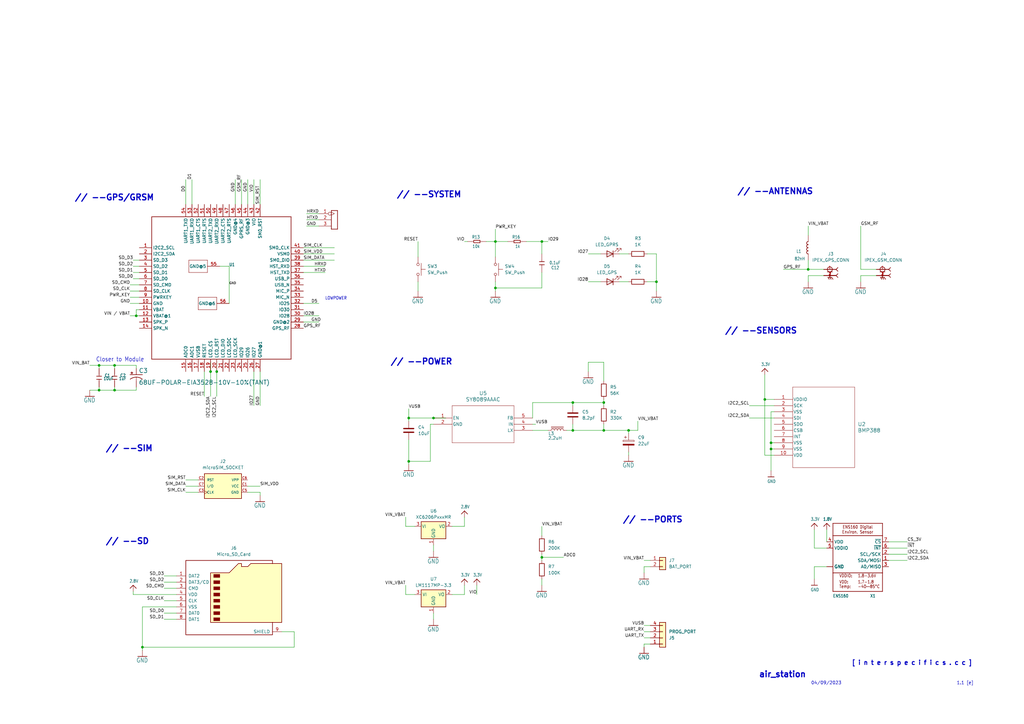
<source format=kicad_sch>
(kicad_sch (version 20230121) (generator eeschema)
  (paper "A3")
  (lib_symbols
    (symbol "2023-09-04_18-01-19:SY8089AAAC" (pin_names (offset 0.254))
      (property "Reference" "U" (at 20.32 10.16 0))
      (property "Value" "SY8089AAAC" (at 20.32 7.62 0))
      (symbol "SY8089AAAC_0_1"
        (pin input line (at 0 0 0) (length 7.62) (name "EN") (number "1"))
        (pin power_out line (at 0 -2.54 0) (length 7.62) (name "GND") (number "2"))
        (pin unspecified line (at 40.64 -5.08 180) (length 7.62) (name "LX") (number "3"))
        (pin input line (at 40.64 -2.54 180) (length 7.62) (name "IN") (number "4"))
        (pin output line (at 40.64 0 180) (length 7.62) (name "FB") (number "5"))
      )
    )
    (symbol "2023-09-04_18-32-21:BMP388" (pin_names (offset 0.254))
      (property "Reference" "U" (at 20.32 10.16 0))
      (property "Value" "BMP388" (at 20.32 7.62 0))
      (symbol "BMP388_0_1"
        (pin power_in line (at 0 0 0) (length 7.62) (name "VDDIO") (number "1"))
        (pin power_in line (at 0 -22.86 0) (length 7.62) (name "VDD") (number "10"))
        (pin unspecified line (at 0 -2.54 0) (length 7.62) (name "SCK") (number "2"))
        (pin power_out line (at 0 -5.08 0) (length 7.62) (name "VSS") (number "3"))
        (pin unspecified line (at 0 -7.62 0) (length 7.62) (name "SDI") (number "4"))
        (pin unspecified line (at 0 -10.16 0) (length 7.62) (name "SDO") (number "5"))
        (pin unspecified line (at 0 -12.7 0) (length 7.62) (name "CSB") (number "6"))
        (pin unspecified line (at 0 -15.24 0) (length 7.62) (name "INT") (number "7"))
        (pin power_out line (at 0 -17.78 0) (length 7.62) (name "VSS") (number "8"))
        (pin power_out line (at 0 -20.32 0) (length 7.62) (name "VSS") (number "9"))
      )
    )
    (symbol "20279-001E-03:20279-001E-03" (pin_names (offset 1.016))
      (property "Reference" "J" (at -3.81 4.064 0))
      (property "Value" "20279-001E-03" (at -4.064 -4.318 0))
      (symbol "20279-001E-03_0_0"
        (pin passive line (at 2.54 2.54 180) (length 5.08) (name "~") (number "1"))
        (pin passive line (at 2.54 0 180) (length 5.08) (name "~") (number "2"))
        (pin passive line (at 2.54 0 180) (length 5.08) (name "~") (number "3"))
      )
    )
    (symbol "Adafruit BMP388-eagle-import:3.3V" (power)
      (property "Value" "3.3V" (at -1.524 1.016 0))
      (symbol "3.3V_1_0"
        (pin power_in line (at 0 -2.54 90) (length 2.54) (name "3.3V") (number "1"))
      )
    )
    (symbol "Adafruit BMP388-eagle-import:GND" (power)
      (property "Value" "GND" (at -1.524 -2.54 0))
      (symbol "GND_1_0"
        (pin power_in line (at 0 2.54 270) (length 2.54) (name "GND") (number "1"))
      )
    )
    (symbol "Adafruit ENS160-eagle-import:1.8V" (power)
      (property "Value" "1.8V" (at -1.524 1.016 0))
      (symbol "1.8V_1_0"
        (pin power_in line (at 0 -2.54 90) (length 2.54) (name "1.8V") (number "1"))
      )
    )
    (symbol "Adafruit ENS160-eagle-import:3.3V" (power)
      (property "Value" "3.3V" (at -1.524 1.016 0))
      (symbol "3.3V_1_0"
        (pin power_in line (at 0 -2.54 90) (length 2.54) (name "3.3V") (number "1"))
      )
    )
    (symbol "Adafruit ENS160-eagle-import:ENS160"
      (property "Reference" "X" (at -10.16 13.97 0))
      (symbol "ENS160_1_0"
        (text "-40~~85°C" (at 0 -13.97 0) (effects (font (size 1.27 1.0795)) (justify left bottom)))
        (text "1.7-1.8" (at 0 -12.065 0) (effects (font (size 1.27 1.0795)) (justify left bottom)))
        (text "1.8-3.6V" (at 0 -9.525 0) (effects (font (size 1.27 1.0795)) (justify left bottom)))
        (text "ENS160 Digital\nEnviron. Sensor" (at 0 10.16 0) (effects (font (size 1.27 1.0795))))
        (text "Temp:" (at -7.62 -13.97 0) (effects (font (size 1.27 1.0795)) (justify left bottom)))
        (text "VDD:" (at -7.62 -12.065 0) (effects (font (size 1.27 1.0795)) (justify left bottom)))
        (text "VDDIO:" (at -7.62 -9.525 0) (effects (font (size 1.27 1.0795)) (justify left bottom)))
        (pin input line (at 12.7 -2.54 180) (length 2.54) (name "SDA/MOSI") (number "1"))
        (pin input line (at 12.7 0 180) (length 2.54) (name "SCL/SCK") (number "2"))
        (pin output line (at 12.7 -5.08 180) (length 2.54) (name "A0/MISO") (number "3"))
        (pin power_in line (at -12.7 5.08 0) (length 2.54) (name "VDD") (number "4"))
        (pin power_in line (at -12.7 2.54 0) (length 2.54) (name "VDDIO") (number "5"))
        (pin output line (at 12.7 2.54 180) (length 2.54) (name "~{INT}") (number "6"))
        (pin input line (at 12.7 5.08 180) (length 2.54) (name "~{CS}") (number "7"))
        (pin power_in line (at -12.7 -5.08 0) (length 2.54) (name "GND") (number "8"))
        (pin power_in line (at -12.7 -5.08 0) (length 2.54) (name "GND") (number "9"))
      )
    )
    (symbol "Adafruit ENS160-eagle-import:GND" (power)
      (property "Value" "GND" (at -1.524 -2.54 0))
      (symbol "GND_1_0"
        (pin power_in line (at 0 2.54 270) (length 2.54) (name "GND") (number "1"))
      )
    )
    (symbol "Connector:Micro_SD_Card" (pin_names (offset 1.016))
      (property "Reference" "J" (at -16.51 15.24 0))
      (property "Value" "Micro_SD_Card" (at 16.51 15.24 0))
      (symbol "Micro_SD_Card_1_1"
        (pin bidirectional line (at -22.86 7.62 0) (length 3.81) (name "DAT2") (number "1"))
        (pin bidirectional line (at -22.86 5.08 0) (length 3.81) (name "DAT3/CD") (number "2"))
        (pin input line (at -22.86 2.54 0) (length 3.81) (name "CMD") (number "3"))
        (pin power_in line (at -22.86 0 0) (length 3.81) (name "VDD") (number "4"))
        (pin input line (at -22.86 -2.54 0) (length 3.81) (name "CLK") (number "5"))
        (pin power_in line (at -22.86 -5.08 0) (length 3.81) (name "VSS") (number "6"))
        (pin bidirectional line (at -22.86 -7.62 0) (length 3.81) (name "DAT0") (number "7"))
        (pin bidirectional line (at -22.86 -10.16 0) (length 3.81) (name "DAT1") (number "8"))
        (pin passive line (at 20.32 -15.24 180) (length 3.81) (name "SHIELD") (number "9"))
      )
    )
    (symbol "Connector_Generic:Conn_01x02" (pin_names (offset 1.016) hide)
      (property "Reference" "J" (at 0 2.54 0))
      (property "Value" "Conn_01x02" (at 0 -5.08 0))
      (symbol "Conn_01x02_1_1"
        (pin passive line (at -5.08 0 0) (length 3.81) (name "Pin_1") (number "1"))
        (pin passive line (at -5.08 -2.54 0) (length 3.81) (name "Pin_2") (number "2"))
      )
    )
    (symbol "Connector_Generic:Conn_01x04" (pin_names (offset 1.016) hide)
      (property "Reference" "J" (at 0 5.08 0))
      (property "Value" "Conn_01x04" (at 0 -7.62 0))
      (symbol "Conn_01x04_1_1"
        (pin passive line (at -5.08 2.54 0) (length 3.81) (name "Pin_1") (number "1"))
        (pin passive line (at -5.08 0 0) (length 3.81) (name "Pin_2") (number "2"))
        (pin passive line (at -5.08 -2.54 0) (length 3.81) (name "Pin_3") (number "3"))
        (pin passive line (at -5.08 -5.08 0) (length 3.81) (name "Pin_4") (number "4"))
      )
    )
    (symbol "Device:C" (pin_numbers hide) (pin_names (offset 0.254))
      (property "Reference" "C" (at 0.635 2.54 0))
      (property "Value" "C" (at 0.635 -2.54 0))
      (symbol "C_1_1"
        (pin passive line (at 0 3.81 270) (length 2.794) (name "~") (number "1"))
        (pin passive line (at 0 -3.81 90) (length 2.794) (name "~") (number "2"))
      )
    )
    (symbol "Device:C_Polarized" (pin_numbers hide) (pin_names (offset 0.254))
      (property "Reference" "C" (at 0.635 2.54 0))
      (property "Value" "C_Polarized" (at 0.635 -2.54 0))
      (symbol "C_Polarized_1_1"
        (pin passive line (at 0 3.81 270) (length 2.794) (name "~") (number "1"))
        (pin passive line (at 0 -3.81 90) (length 2.794) (name "~") (number "2"))
      )
    )
    (symbol "Device:LED" (pin_numbers hide) (pin_names (offset 1.016) hide)
      (property "Reference" "D" (at 0 2.54 0))
      (property "Value" "LED" (at 0 -2.54 0))
      (symbol "LED_1_1"
        (pin passive line (at -3.81 0 0) (length 2.54) (name "K") (number "1"))
        (pin passive line (at 3.81 0 180) (length 2.54) (name "A") (number "2"))
      )
    )
    (symbol "Device:L_Iron" (pin_numbers hide) (pin_names (offset 1.016) hide)
      (property "Reference" "L" (at -1.27 0 90))
      (property "Value" "L_Iron" (at 2.794 0 90))
      (symbol "L_Iron_1_1"
        (pin passive line (at 0 3.81 270) (length 1.27) (name "1") (number "1"))
        (pin passive line (at 0 -3.81 90) (length 1.27) (name "2") (number "2"))
      )
    )
    (symbol "Device:R" (pin_numbers hide) (pin_names (offset 0))
      (property "Reference" "R" (at 2.032 0 90))
      (property "Value" "R" (at 0 0 90))
      (symbol "R_1_1"
        (pin passive line (at 0 3.81 270) (length 1.27) (name "~") (number "1"))
        (pin passive line (at 0 -3.81 90) (length 1.27) (name "~") (number "2"))
      )
    )
    (symbol "Maduino Zero A9G GPS Tracker v3.3-eagle-import:68UF-POLAR-EIA3528-10V-10%(TANT)"
      (property "Reference" "C" (at 1.016 0.635 0))
      (symbol "68UF-POLAR-EIA3528-10V-10%(TANT)_1_0"
        (pin passive line (at 0 2.54 270) (length 2.54) (name "+") (number "A"))
        (pin passive line (at 0 -5.08 90) (length 2.54) (name "-") (number "C"))
      )
    )
    (symbol "Maduino Zero A9G GPS Tracker v3.3-eagle-import:A9G"
      (property "Reference" "U" (at 2.54 8.89 0))
      (symbol "A9G_1_0"
        (pin bidirectional line (at -34.29 16.51 0) (length 5.08) (name "I2C2_SCL") (number "1"))
        (pin bidirectional line (at -34.29 -6.35 0) (length 5.08) (name "GND") (number "10"))
        (pin bidirectional line (at -34.29 -8.89 0) (length 5.08) (name "VBAT") (number "11"))
        (pin bidirectional line (at -34.29 -11.43 0) (length 5.08) (name "VBAT@1") (number "12"))
        (pin bidirectional line (at -34.29 -13.97 0) (length 5.08) (name "SPK_P") (number "13"))
        (pin bidirectional line (at -34.29 -16.51 0) (length 5.08) (name "SPK_N") (number "14"))
        (pin bidirectional line (at -15.24 -34.29 90) (length 5.08) (name "ADC0") (number "15"))
        (pin bidirectional line (at -12.7 -34.29 90) (length 5.08) (name "ADC1") (number "16"))
        (pin bidirectional line (at -10.16 -34.29 90) (length 5.08) (name "VUSB") (number "17"))
        (pin bidirectional line (at -7.62 -34.29 90) (length 5.08) (name "RESET") (number "18"))
        (pin bidirectional line (at -5.08 -34.29 90) (length 5.08) (name "LCD_CS") (number "19"))
        (pin bidirectional line (at -34.29 13.97 0) (length 5.08) (name "I2C2_SDA") (number "2"))
        (pin bidirectional line (at -2.54 -34.29 90) (length 5.08) (name "LCD_RST") (number "20"))
        (pin bidirectional line (at 0 -34.29 90) (length 5.08) (name "LCD_DIO") (number "21"))
        (pin bidirectional line (at 2.54 -34.29 90) (length 5.08) (name "LCD_SDC") (number "22"))
        (pin bidirectional line (at 5.08 -34.29 90) (length 5.08) (name "LCD_SCK") (number "23"))
        (pin bidirectional line (at 7.62 -34.29 90) (length 5.08) (name "IO29") (number "24"))
        (pin bidirectional line (at 10.16 -34.29 90) (length 5.08) (name "IO26") (number "25"))
        (pin bidirectional line (at 12.7 -34.29 90) (length 5.08) (name "IO27") (number "26"))
        (pin bidirectional line (at 15.24 -34.29 90) (length 5.08) (name "GND@1") (number "27"))
        (pin bidirectional line (at 33.02 -16.51 180) (length 5.08) (name "GPS_RF") (number "28"))
        (pin bidirectional line (at 33.02 -13.97 180) (length 5.08) (name "GND@2") (number "29"))
        (pin bidirectional line (at -34.29 11.43 0) (length 5.08) (name "SD_D3") (number "3"))
        (pin bidirectional line (at 33.02 -11.43 180) (length 5.08) (name "IO28") (number "30"))
        (pin bidirectional line (at 33.02 -8.89 180) (length 5.08) (name "IO30") (number "31"))
        (pin bidirectional line (at 33.02 -6.35 180) (length 5.08) (name "IO25") (number "32"))
        (pin bidirectional line (at 33.02 -3.81 180) (length 5.08) (name "MIC_N") (number "33"))
        (pin bidirectional line (at 33.02 -1.27 180) (length 5.08) (name "MIC_P") (number "34"))
        (pin bidirectional line (at 33.02 1.27 180) (length 5.08) (name "USB_N") (number "35"))
        (pin bidirectional line (at 33.02 3.81 180) (length 5.08) (name "USB_P") (number "36"))
        (pin bidirectional line (at 33.02 6.35 180) (length 5.08) (name "HST_TXD") (number "37"))
        (pin bidirectional line (at 33.02 8.89 180) (length 5.08) (name "HST_RXD") (number "38"))
        (pin bidirectional line (at 33.02 11.43 180) (length 5.08) (name "SM0_DIO") (number "39"))
        (pin bidirectional line (at -34.29 8.89 0) (length 5.08) (name "SD_D2") (number "4"))
        (pin bidirectional line (at 33.02 13.97 180) (length 5.08) (name "VSM0") (number "40"))
        (pin bidirectional line (at 33.02 16.51 180) (length 5.08) (name "SM0_CLK") (number "41"))
        (pin bidirectional line (at 15.24 34.29 270) (length 5.08) (name "SM0_RST") (number "42"))
        (pin bidirectional line (at 12.7 34.29 270) (length 5.08) (name "VIO") (number "43"))
        (pin bidirectional line (at 10.16 34.29 270) (length 5.08) (name "GND@3") (number "44"))
        (pin bidirectional line (at 7.62 34.29 270) (length 5.08) (name "GPRS_RF") (number "45"))
        (pin bidirectional line (at 5.08 34.29 270) (length 5.08) (name "GND@4") (number "46"))
        (pin bidirectional line (at 2.54 34.29 270) (length 5.08) (name "UART2_RTS") (number "47"))
        (pin bidirectional line (at 0 34.29 270) (length 5.08) (name "UART2_CTS") (number "48"))
        (pin bidirectional line (at -2.54 34.29 270) (length 5.08) (name "UART2_RXD") (number "49"))
        (pin bidirectional line (at -34.29 6.35 0) (length 5.08) (name "SD_D1") (number "5"))
        (pin bidirectional line (at -5.08 34.29 270) (length 5.08) (name "UART2_TXD") (number "50"))
        (pin bidirectional line (at -7.62 34.29 270) (length 5.08) (name "UART1_RTS") (number "51"))
        (pin bidirectional line (at -10.16 34.29 270) (length 5.08) (name "UART1_CTS") (number "52"))
        (pin bidirectional line (at -12.7 34.29 270) (length 5.08) (name "UART1_RXD") (number "53"))
        (pin bidirectional line (at -15.24 34.29 270) (length 5.08) (name "UART1_TXD") (number "54"))
        (pin bidirectional line (at -1.27 8.89 180) (length 5.08) (name "GND@5") (number "55"))
        (pin bidirectional line (at 2.54 -6.35 180) (length 5.08) (name "GND@6") (number "56"))
        (pin bidirectional line (at -34.29 3.81 0) (length 5.08) (name "SD_D0") (number "6"))
        (pin bidirectional line (at -34.29 1.27 0) (length 5.08) (name "SD_CMD") (number "7"))
        (pin bidirectional line (at -34.29 -1.27 0) (length 5.08) (name "SD_CLK") (number "8"))
        (pin bidirectional line (at -34.29 -3.81 0) (length 5.08) (name "PWRKEY") (number "9"))
      )
    )
    (symbol "Maduino Zero A9G GPS Tracker v3.3-eagle-import:C-0603"
      (symbol "C-0603_1_0"
        (pin passive line (at -3.81 0 0) (length 2.54) (name "1") (number "1"))
        (pin passive line (at 3.81 0 180) (length 2.54) (name "2") (number "2"))
      )
    )
    (symbol "Maduino Zero A9G GPS Tracker v3.3-eagle-import:GND" (power)
      (property "Value" "GND" (at -2.54 -2.54 0))
      (symbol "GND_1_0"
        (pin power_in line (at 0 2.54 270) (length 2.54) (name "GND") (number "1"))
      )
    )
    (symbol "Maduino Zero A9G GPS Tracker v3.3-eagle-import:HEADER-3P-2.54"
      (symbol "HEADER-3P-2.54_1_0"
        (pin bidirectional inverted_clock (at -6.35 2.54 0) (length 5.08) (name "P$1") (number "1"))
        (pin bidirectional line (at -6.35 0 0) (length 5.08) (name "P$2") (number "2"))
        (pin bidirectional line (at -6.35 -2.54 0) (length 5.08) (name "P$3") (number "3"))
      )
    )
    (symbol "Maduino Zero A9G GPS Tracker v3.3-eagle-import:L'0603'"
      (property "Reference" "L" (at -6.35 0 0))
      (symbol "L'0603'_1_0"
        (pin passive line (at -5.08 0 0) (length 2.54) (name "1") (number "1"))
        (pin passive line (at 5.08 0 180) (length 2.54) (name "2") (number "2"))
      )
    )
    (symbol "Maduino Zero A9G GPS Tracker v3.3-eagle-import:PowerTags_GND" (power)
      (property "Value" "PowerTags_GND" (at -2.54 -2.54 0))
      (symbol "PowerTags_GND_1_0"
        (pin power_in line (at 0 2.54 270) (length 2.54) (name "GND") (number "1"))
      )
    )
    (symbol "Maduino Zero A9G GPS Tracker v3.3-eagle-import:R-0603"
      (symbol "R-0603_1_0"
        (pin passive line (at -3.81 0 0) (length 2.54) (name "1") (number "1"))
        (pin passive line (at 3.81 0 180) (length 2.54) (name "2") (number "2"))
      )
    )
    (symbol "Regulator_Linear:LM1117MP-3.3"
      (property "Reference" "U" (at -3.81 3.175 0))
      (property "Value" "LM1117MP-3.3" (at 0 3.175 0))
      (symbol "LM1117MP-3.3_1_1"
        (pin power_in line (at 0 -7.62 90) (length 2.54) (name "GND") (number "1"))
        (pin power_out line (at 7.62 0 180) (length 2.54) (name "VO") (number "2"))
        (pin power_in line (at -7.62 0 0) (length 2.54) (name "VI") (number "3"))
      )
    )
    (symbol "Regulator_Linear:XC6206PxxxMR" (pin_names (offset 0.254))
      (property "Reference" "U" (at -3.81 3.175 0))
      (property "Value" "XC6206PxxxMR" (at 0 3.175 0))
      (symbol "XC6206PxxxMR_1_1"
        (pin power_in line (at 0 -7.62 90) (length 2.54) (name "GND") (number "1"))
        (pin power_out line (at 7.62 0 180) (length 2.54) (name "VO") (number "2"))
        (pin power_in line (at -7.62 0 0) (length 2.54) (name "VI") (number "3"))
      )
    )
    (symbol "SIM7200-6-0-18-00-X_REVA:SIM7200-6-0-18-00-X_REVA" (pin_names (offset 1.016))
      (property "Reference" "J" (at -7.6242 5.5911 0))
      (property "Value" "SIM7200-6-0-18-00-X_REVA" (at -7.6268 -7.6268 0))
      (symbol "SIM7200-6-0-18-00-X_REVA_0_0"
        (pin power_in line (at 10.16 0 180) (length 2.54) (name "VCC") (number "C1"))
        (pin input line (at -10.16 2.54 0) (length 2.54) (name "RST") (number "C2"))
        (pin bidirectional clock (at -10.16 -2.54 0) (length 2.54) (name "CLK") (number "C3"))
        (pin power_in line (at 10.16 -2.54 180) (length 2.54) (name "GND") (number "C5"))
        (pin power_in line (at 10.16 2.54 180) (length 2.54) (name "VPP") (number "C6"))
        (pin bidirectional line (at -10.16 0 0) (length 2.54) (name "I/O") (number "C7"))
      )
    )
    (symbol "Switch:SW_Push" (pin_numbers hide) (pin_names (offset 1.016) hide)
      (property "Reference" "SW" (at 1.27 2.54 0))
      (property "Value" "SW_Push" (at 0 -1.524 0))
      (symbol "SW_Push_0_1"
        (pin passive line (at -5.08 0 0) (length 2.54) (name "1") (number "1"))
        (pin passive line (at 5.08 0 180) (length 2.54) (name "2") (number "2"))
      )
    )
  )
  (junction (at 58.42 265.43))
  (junction (at 203.2 118.11))
  (junction (at 177.8 171.45))
  (junction (at 313.69 163.83))
  (junction (at 46.99 160.02))
  (junction (at 203.2 99.06))
  (junction (at 55.88 129.54))
  (junction (at 257.81 176.53))
  (junction (at 331.47 110.49))
  (junction (at 46.99 149.86))
  (junction (at 40.64 149.86))
  (junction (at 316.23 181.61))
  (junction (at 88.9 152.4))
  (junction (at 234.95 165.1))
  (junction (at 40.64 160.02))
  (junction (at 247.65 176.53))
  (junction (at 167.64 171.45))
  (junction (at 222.25 99.06))
  (junction (at 316.23 184.15))
  (junction (at 222.25 228.6))
  (junction (at 234.95 176.53))
  (junction (at 167.64 189.23))
  (junction (at 247.65 165.1))
  (junction (at 269.24 115.57))
  (junction (at 86.36 152.4))
  (wire (pts (xy 261.62 176.53) (xy 257.81 176.53)))
  (wire (pts (xy 36.83 160.02) (xy 40.64 160.02)))
  (wire (pts (xy 96.52 83.82) (xy 96.52 73.66)) (stroke (width 0.1524)))
  (wire (pts (xy 334.01 224.79) (xy 334.01 217.17)) (stroke (width 0.1524)))
  (wire (pts (xy 203.2 99.06) (xy 203.2 105.41)))
  (wire (pts (xy 115.57 259.08) (xy 120.65 259.08)))
  (wire (pts (xy 190.5 243.84) (xy 190.5 240.03)))
  (wire (pts (xy 264.16 256.54) (xy 266.7 256.54)))
  (wire (pts (xy 99.06 83.82) (xy 99.06 73.66)) (stroke (width 0.1524)))
  (wire (pts (xy 359.41 113.03) (xy 353.06 113.03)))
  (wire (pts (xy 46.99 160.02) (xy 55.88 160.02)) (stroke (width 0.1524)))
  (wire (pts (xy 331.47 106.68) (xy 331.47 110.49)))
  (wire (pts (xy 120.65 265.43) (xy 120.65 261.62)) (stroke (width 0.1524)))
  (wire (pts (xy 264.16 232.41) (xy 264.16 234.95)))
  (wire (pts (xy 321.31 110.49) (xy 331.47 110.49)))
  (wire (pts (xy 247.65 173.99) (xy 247.65 176.53)))
  (wire (pts (xy 171.45 115.57) (xy 171.45 119.38)))
  (wire (pts (xy 364.49 224.79) (xy 372.11 224.79)))
  (wire (pts (xy 76.2 196.85) (xy 81.28 196.85)))
  (wire (pts (xy 101.6 83.82) (xy 101.6 73.66)) (stroke (width 0.1524)))
  (wire (pts (xy 264.16 259.08) (xy 266.7 259.08)))
  (wire (pts (xy 218.44 165.1) (xy 218.44 171.45)))
  (wire (pts (xy 167.64 189.23) (xy 167.64 190.5)))
  (wire (pts (xy 46.99 151.13) (xy 46.99 149.86)) (stroke (width 0.1524)))
  (wire (pts (xy 234.95 176.53) (xy 247.65 176.53)))
  (wire (pts (xy 88.9 152.4) (xy 88.9 162.56)))
  (wire (pts (xy 83.82 152.4) (xy 83.82 162.56)) (stroke (width 0.1524)))
  (wire (pts (xy 54.61 243.84) (xy 72.39 243.84)))
  (wire (pts (xy 264.16 229.87) (xy 266.7 229.87)))
  (wire (pts (xy 353.06 92.71) (xy 353.06 110.49)))
  (wire (pts (xy 185.42 215.9) (xy 190.5 215.9)))
  (wire (pts (xy 331.47 113.03) (xy 337.82 113.03)))
  (wire (pts (xy 317.5 186.69) (xy 313.69 186.69)))
  (wire (pts (xy 254 104.14) (xy 257.81 104.14)))
  (wire (pts (xy 55.88 149.86) (xy 46.99 149.86)) (stroke (width 0.1524)))
  (wire (pts (xy 264.16 261.62) (xy 266.7 261.62)))
  (wire (pts (xy 203.2 99.06) (xy 208.28 99.06)))
  (wire (pts (xy 247.65 148.59) (xy 247.65 156.21)))
  (wire (pts (xy 353.06 113.03) (xy 353.06 115.57)))
  (wire (pts (xy 269.24 115.57) (xy 269.24 119.38)))
  (wire (pts (xy 54.61 106.68) (xy 57.15 106.68)))
  (wire (pts (xy 182.88 171.45) (xy 177.8 171.45)))
  (wire (pts (xy 166.37 215.9) (xy 170.18 215.9)))
  (wire (pts (xy 317.5 181.61) (xy 316.23 181.61)))
  (wire (pts (xy 104.14 152.4) (xy 104.14 166.37)) (stroke (width 0.1524)))
  (wire (pts (xy 124.46 106.68) (xy 137.16 106.68)) (stroke (width 0.1524)))
  (wire (pts (xy 101.6 201.93) (xy 106.68 201.93)))
  (wire (pts (xy 316.23 168.91) (xy 316.23 181.61)))
  (wire (pts (xy 364.49 229.87) (xy 372.11 229.87)))
  (wire (pts (xy 57.15 127) (xy 55.88 127)) (stroke (width 0.1524)))
  (wire (pts (xy 90.17 109.22) (xy 93.98 109.22)) (stroke (width 0.1524)))
  (wire (pts (xy 331.47 115.57) (xy 331.47 113.03)))
  (wire (pts (xy 241.3 104.14) (xy 246.38 104.14)))
  (wire (pts (xy 203.2 93.98) (xy 203.2 99.06)))
  (wire (pts (xy 177.8 223.52) (xy 177.8 226.06)))
  (wire (pts (xy 185.42 243.84) (xy 190.5 243.84)))
  (wire (pts (xy 54.61 109.22) (xy 57.15 109.22)))
  (wire (pts (xy 218.44 176.53) (xy 224.79 176.53)))
  (wire (pts (xy 166.37 243.84) (xy 170.18 243.84)))
  (wire (pts (xy 364.49 222.25) (xy 372.11 222.25)))
  (wire (pts (xy 76.2 83.82) (xy 76.2 73.66)) (stroke (width 0.1524)))
  (wire (pts (xy 364.49 227.33) (xy 372.11 227.33)))
  (wire (pts (xy 247.65 176.53) (xy 257.81 176.53)))
  (wire (pts (xy 247.65 163.83) (xy 247.65 165.1)))
  (wire (pts (xy 317.5 168.91) (xy 316.23 168.91)))
  (wire (pts (xy 261.62 172.72) (xy 261.62 176.53)))
  (wire (pts (xy 46.99 158.75) (xy 46.99 160.02)) (stroke (width 0.1524)))
  (wire (pts (xy 176.53 173.99) (xy 176.53 189.23)))
  (wire (pts (xy 191.77 99.06) (xy 190.5 99.06)))
  (wire (pts (xy 331.47 110.49) (xy 337.82 110.49)))
  (wire (pts (xy 241.3 115.57) (xy 246.38 115.57)))
  (wire (pts (xy 317.5 184.15) (xy 316.23 184.15)))
  (wire (pts (xy 195.58 243.84) (xy 195.58 240.03)))
  (wire (pts (xy 54.61 243.84) (xy 54.61 242.57)))
  (wire (pts (xy 199.39 99.06) (xy 203.2 99.06)))
  (wire (pts (xy 222.25 227.33) (xy 222.25 228.6)))
  (wire (pts (xy 218.44 165.1) (xy 234.95 165.1)))
  (wire (pts (xy 203.2 115.57) (xy 203.2 118.11)))
  (wire (pts (xy 307.34 171.45) (xy 317.5 171.45)))
  (wire (pts (xy 40.64 158.75) (xy 40.64 160.02)) (stroke (width 0.1524)))
  (wire (pts (xy 53.34 124.46) (xy 57.15 124.46)))
  (wire (pts (xy 167.64 171.45) (xy 167.64 172.72)))
  (wire (pts (xy 317.5 163.83) (xy 313.69 163.83)))
  (wire (pts (xy 130.81 90.17) (xy 125.73 90.17)) (stroke (width 0.1524)))
  (wire (pts (xy 67.31 238.76) (xy 72.39 238.76)))
  (wire (pts (xy 124.46 132.08) (xy 130.81 132.08)) (stroke (width 0.1524)))
  (wire (pts (xy 67.31 241.3) (xy 72.39 241.3)))
  (wire (pts (xy 266.7 264.16) (xy 264.16 264.16)))
  (wire (pts (xy 313.69 186.69) (xy 313.69 163.83)))
  (wire (pts (xy 104.14 83.82) (xy 104.14 73.66)) (stroke (width 0.1524)))
  (wire (pts (xy 93.98 109.22) (xy 93.98 124.46)) (stroke (width 0.1524)))
  (wire (pts (xy 67.31 236.22) (xy 72.39 236.22)))
  (wire (pts (xy 86.36 148.59) (xy 86.36 152.4)))
  (wire (pts (xy 265.43 104.14) (xy 269.24 104.14)))
  (wire (pts (xy 72.39 248.92) (xy 58.42 248.92)))
  (wire (pts (xy 130.81 87.63) (xy 125.73 87.63)) (stroke (width 0.1524)))
  (wire (pts (xy 106.68 152.4) (xy 106.68 166.37)) (stroke (width 0.1524)))
  (wire (pts (xy 58.42 265.43) (xy 120.65 265.43)) (stroke (width 0.1524)))
  (wire (pts (xy 167.64 171.45) (xy 177.8 171.45)))
  (wire (pts (xy 171.45 99.06) (xy 171.45 105.41)))
  (wire (pts (xy 234.95 173.99) (xy 234.95 176.53)))
  (wire (pts (xy 313.69 153.67) (xy 313.69 163.83)))
  (wire (pts (xy 76.2 201.93) (xy 81.28 201.93)))
  (wire (pts (xy 339.09 224.79) (xy 334.01 224.79)) (stroke (width 0.1524)))
  (wire (pts (xy 124.46 129.54) (xy 130.81 129.54)) (stroke (width 0.1524)))
  (wire (pts (xy 53.34 116.84) (xy 57.15 116.84)))
  (wire (pts (xy 247.65 165.1) (xy 247.65 166.37)))
  (wire (pts (xy 215.9 99.06) (xy 222.25 99.06)))
  (wire (pts (xy 53.34 119.38) (xy 57.15 119.38)))
  (wire (pts (xy 203.2 118.11) (xy 203.2 119.38)))
  (wire (pts (xy 339.09 232.41) (xy 334.01 232.41)) (stroke (width 0.1524)))
  (wire (pts (xy 167.64 180.34) (xy 167.64 189.23)))
  (wire (pts (xy 222.25 215.9) (xy 222.25 219.71)))
  (wire (pts (xy 124.46 111.76) (xy 133.35 111.76)) (stroke (width 0.1524)))
  (wire (pts (xy 67.31 254) (xy 72.39 254)))
  (wire (pts (xy 166.37 212.09) (xy 166.37 215.9)))
  (wire (pts (xy 269.24 104.14) (xy 269.24 115.57)))
  (wire (pts (xy 124.46 104.14) (xy 137.16 104.14)) (stroke (width 0.1524)))
  (wire (pts (xy 316.23 184.15) (xy 316.23 193.04)))
  (wire (pts (xy 222.25 237.49) (xy 222.25 240.03)))
  (wire (pts (xy 316.23 181.61) (xy 316.23 184.15)))
  (wire (pts (xy 130.81 124.46) (xy 124.46 124.46)) (stroke (width 0.1524)))
  (wire (pts (xy 222.25 99.06) (xy 224.79 99.06)))
  (wire (pts (xy 67.31 246.38) (xy 72.39 246.38)))
  (wire (pts (xy 58.42 265.43) (xy 58.42 266.7)))
  (wire (pts (xy 167.64 189.23) (xy 176.53 189.23)))
  (wire (pts (xy 40.64 151.13) (xy 40.64 149.86)) (stroke (width 0.1524)))
  (wire (pts (xy 78.74 83.82) (xy 78.74 73.66)) (stroke (width 0.1524)))
  (wire (pts (xy 222.25 228.6) (xy 222.25 229.87)))
  (wire (pts (xy 264.16 264.16) (xy 264.16 265.43)))
  (wire (pts (xy 86.36 152.4) (xy 86.36 162.56)))
  (wire (pts (xy 190.5 215.9) (xy 190.5 212.09)))
  (wire (pts (xy 46.99 149.86) (xy 40.64 149.86)) (stroke (width 0.1524)))
  (wire (pts (xy 234.95 165.1) (xy 247.65 165.1)))
  (wire (pts (xy 58.42 248.92) (xy 58.42 265.43)))
  (wire (pts (xy 339.09 222.25) (xy 339.09 217.17)) (stroke (width 0.1524)))
  (wire (pts (xy 257.81 185.42) (xy 257.81 186.69)))
  (wire (pts (xy 334.01 232.41) (xy 334.01 237.49)) (stroke (width 0.1524)))
  (wire (pts (xy 222.25 111.76) (xy 222.25 118.11)))
  (wire (pts (xy 54.61 114.3) (xy 57.15 114.3)))
  (wire (pts (xy 241.3 152.4) (xy 241.3 148.59)))
  (wire (pts (xy 54.61 111.76) (xy 57.15 111.76)))
  (wire (pts (xy 106.68 83.82) (xy 106.68 73.66)) (stroke (width 0.1524)))
  (wire (pts (xy 218.44 173.99) (xy 219.71 173.99)))
  (wire (pts (xy 55.88 129.54) (xy 57.15 129.54)) (stroke (width 0.1524)))
  (wire (pts (xy 76.2 199.39) (xy 81.28 199.39)))
  (wire (pts (xy 265.43 115.57) (xy 269.24 115.57)))
  (wire (pts (xy 177.8 173.99) (xy 176.53 173.99)))
  (wire (pts (xy 53.34 121.92) (xy 57.15 121.92)))
  (wire (pts (xy 359.41 110.49) (xy 353.06 110.49)))
  (wire (pts (xy 167.64 167.64) (xy 167.64 171.45)))
  (wire (pts (xy 36.83 149.86) (xy 40.64 149.86)) (stroke (width 0.1524)))
  (wire (pts (xy 88.9 148.59) (xy 88.9 152.4)))
  (wire (pts (xy 106.68 201.93) (xy 106.68 203.2)))
  (wire (pts (xy 222.25 228.6) (xy 231.14 228.6)))
  (wire (pts (xy 55.88 160.02) (xy 55.88 158.75)) (stroke (width 0.1524)))
  (wire (pts (xy 55.88 127) (xy 55.88 129.54)) (stroke (width 0.1524)))
  (wire (pts (xy 53.34 129.54) (xy 55.88 129.54)) (stroke (width 0.1524)))
  (wire (pts (xy 241.3 148.59) (xy 247.65 148.59)))
  (wire (pts (xy 130.81 92.71) (xy 125.73 92.71)) (stroke (width 0.1524)))
  (wire (pts (xy 331.47 92.71) (xy 331.47 96.52)))
  (wire (pts (xy 124.46 109.22) (xy 133.35 109.22)) (stroke (width 0.1524)))
  (wire (pts (xy 101.6 199.39) (xy 106.68 199.39)))
  (wire (pts (xy 222.25 99.06) (xy 222.25 104.14)))
  (wire (pts (xy 232.41 176.53) (xy 234.95 176.53)))
  (wire (pts (xy 124.46 101.6) (xy 137.16 101.6)) (stroke (width 0.1524)))
  (wire (pts (xy 166.37 240.03) (xy 166.37 243.84)))
  (wire (pts (xy 222.25 118.11) (xy 203.2 118.11)))
  (wire (pts (xy 67.31 251.46) (xy 72.39 251.46)))
  (wire (pts (xy 234.95 166.37) (xy 234.95 165.1)))
  (wire (pts (xy 40.64 160.02) (xy 46.99 160.02)) (stroke (width 0.1524)))
  (wire (pts (xy 266.7 232.41) (xy 264.16 232.41)))
  (wire (pts (xy 257.81 176.53) (xy 257.81 177.8)))
  (wire (pts (xy 55.88 151.13) (xy 55.88 149.86)) (stroke (width 0.1524)))
  (wire (pts (xy 254 115.57) (xy 257.81 115.57)))
  (wire (pts (xy 120.65 259.08) (xy 120.65 261.62)))
  (wire (pts (xy 177.8 251.46) (xy 177.8 254)))
  (wire (pts (xy 307.34 166.37) (xy 317.5 166.37)))
  (text "air_station" (at 311.15 278.13 0) (effects (font (size 2.4 2.4) (thickness 0.48) bold) (justify left bottom)))
  (text "// --SIM" (at 43.18 185.42 0) (effects (font (size 2.4 2.4) (thickness 0.48) bold) (justify left bottom)))
  (text "// --SENSORS" (at 297.18 137.16 0) (effects (font (size 2.4 2.4) (thickness 0.48) bold) (justify left bottom)))
  (text "// --SD\n" (at 43.18 223.52 0) (effects (font (size 2.4 2.4) (thickness 0.48) bold) (justify left bottom)))
  (text "// --ANTENNAS" (at 302.26 80.01 0) (effects (font (size 2.4 2.4) (thickness 0.48) bold) (justify left bottom)))
  (text "// --PORTS" (at 255.27 214.63 0) (effects (font (size 2.4 2.4) (thickness 0.48) bold) (justify left bottom)))
  (text "LOWPOWER" (at 133.35 123.19 0) (effects (font (size 1.27 1.0795)) (justify left bottom)))
  (text "// --POWER" (at 160.02 149.86 0) (effects (font (size 2.4 2.4) (thickness 0.48) bold) (justify left bottom)))
  (text "[ i n t e r s p e c i f i c s . c c ]" (at 349.25 273.05 0) (effects (font (size 1.8 1.8) (thickness 0.36) bold) (justify left bottom)))
  (text "// --SYSTEM" (at 162.56 81.28 0) (effects (font (size 2.4 2.4) (thickness 0.48) bold) (justify left bottom)))
  (text "Closer to Module" (at 39.37 148.59 0) (effects (font (size 1.778 1.5113)) (justify left bottom)))
  (text "// --GPS/GRSM" (at 30.48 82.55 0) (effects (font (size 2.4 2.4) (thickness 0.48) bold) (justify left bottom)))
  (text "04/09/2023" (at 332.6369 280.9738 0) (effects (font (size 1.27 1.27)) (justify left bottom)))
  (text "1.1 [e]" (at 392.3641 280.9738 0) (effects (font (size 1.27 1.27)) (justify left bottom)))
  (label "IO28" (at 241.3 115.57 180) (effects (font (size 1.2446 1.2446))))
  (label "VUSB" (at 219.71 173.99 0) (effects (font (size 1.209 1.209))))
  (label "GND" (at 53.34 124.46 180) (effects (font (size 1.2446 1.2446))))
  (label "PWR_KEY" (at 53.34 121.92 180) (effects (font (size 1.2446 1.2446))))
  (label "I2C2_SDA" (at 307.34 171.45 180) (effects (font (size 1.2446 1.2446))))
  (label "CS_3V" (at 372.11 222.25 0) (effects (font (size 1.2446 1.2446))))
  (label "IO28" (at 124.46 129.54 0) (effects (font (size 1.2446 1.2446))))
  (label "VIN_VBAT" (at 331.47 92.71 0) (effects (font (size 1.2446 1.2446))))
  (label "SD_CLK" (at 67.31 246.38 180) (effects (font (size 1.2446 1.2446))))
  (label "GPS_RF" (at 321.31 110.49 0) (effects (font (size 1.2446 1.2446))))
  (label "SD_D2" (at 67.31 238.76 180) (effects (font (size 1.2446 1.2446))))
  (label "I2C2_SCL" (at 307.34 166.37 180) (effects (font (size 1.2446 1.2446))))
  (label "I2C2_SCL" (at 88.9 162.56 270) (effects (font (size 1.2446 1.2446))))
  (label "VIO" (at 104.14 78.74 90) (effects (font (size 1.2446 1.2446))))
  (label "SD_CMD" (at 53.34 116.84 180) (effects (font (size 1.2446 1.2446))))
  (label "PWR_KEY" (at 203.2 93.98 0) (effects (font (size 1.2446 1.2446))))
  (label "SD_D1" (at 67.31 254 180) (effects (font (size 1.2446 1.2446))))
  (label "SIM_RST" (at 76.2 196.85 180) (effects (font (size 1.209 1.209))))
  (label "VUSB" (at 167.64 167.64 0) (effects (font (size 1.209 1.209))))
  (label "IO27" (at 241.3 104.14 180) (effects (font (size 1.209 1.209))))
  (label "GND" (at 101.6 78.74 90) (effects (font (size 1.2446 1.2446))))
  (label "SD_CMD" (at 67.31 241.3 180) (effects (font (size 1.2446 1.2446))))
  (label "SD_D1" (at 54.61 111.76 180) (effects (font (size 1.2446 1.2446))))
  (label "VUSB" (at 264.16 256.54 180) (effects (font (size 1.209 1.209))))
  (label "VIN_VBAT" (at 166.37 212.09 180) (effects (font (size 1.2446 1.2446))))
  (label "UART_TX" (at 264.16 261.62 180) (effects (font (size 1.2446 1.2446))))
  (label "VIN_VBAT" (at 264.16 229.87 180) (effects (font (size 1.2446 1.2446))))
  (label "~{INT}" (at 372.11 224.79 0) (effects (font (size 1.2446 1.2446))))
  (label "IO27" (at 104.14 166.37 90) (effects (font (size 1.209 1.209))))
  (label "GND" (at 96.52 78.74 90) (effects (font (size 1.2446 1.2446))))
  (label "D0" (at 76.2 78.74 90) (effects (font (size 1.2446 1.2446))))
  (label "VIN_BAT" (at 36.83 149.86 180) (effects (font (size 1.2446 1.2446))))
  (label "SD_D3" (at 54.61 106.68 180) (effects (font (size 1.2446 1.2446))))
  (label "SIM_VDD" (at 124.46 104.14 0) (effects (font (size 1.2446 1.2446))))
  (label "GSM_RF" (at 353.06 92.71 0) (effects (font (size 1.2446 1.2446))))
  (label "VIN_VBAT" (at 166.37 240.03 180) (effects (font (size 1.2446 1.2446))))
  (label "SIM_RST" (at 106.68 83.82 90) (effects (font (size 1.2446 1.2446))))
  (label "VIN_VBAT" (at 222.25 215.9 0) (effects (font (size 1.2446 1.2446))))
  (label "SD_D2" (at 54.61 109.22 180) (effects (font (size 1.2446 1.2446))))
  (label "HRXD" (at 125.73 87.63 0) (effects (font (size 1.209 1.209))))
  (label "I2C2_SCL" (at 372.11 227.33 0) (effects (font (size 1.2446 1.2446))))
  (label "GND" (at 93.98 116.84 0) (effects (font (size 0.889 0.889))))
  (label "SIM_DATA" (at 76.2 199.39 180) (effects (font (size 1.209 1.209))))
  (label "D5" (at 127.635 124.46 0) (effects (font (size 1.2446 1.2446))))
  (label "SD_D3" (at 67.31 236.22 180) (effects (font (size 1.2446 1.2446))))
  (label "GND" (at 125.73 92.71 0) (effects (font (size 1.209 1.209))))
  (label "SD_D0" (at 54.61 114.3 180) (effects (font (size 1.2446 1.2446))))
  (label "VIN_VBAT" (at 261.62 172.72 0) (effects (font (size 1.2446 1.2446))))
  (label "RESET" (at 83.82 162.56 180) (effects (font (size 1.2446 1.2446))))
  (label "GSM_RF" (at 99.06 78.74 90) (effects (font (size 1.2446 1.2446))))
  (label "GND" (at 127.635 132.08 0) (effects (font (size 1.2446 1.2446))))
  (label "HTXD" (at 128.905 111.76 0) (effects (font (size 1.209 1.209))))
  (label "GND" (at 106.68 166.37 90) (effects (font (size 1.209 1.209))))
  (label "VIO" (at 195.58 243.84 180) (effects (font (size 1.2446 1.2446))))
  (label "HRXD" (at 128.905 109.22 0) (effects (font (size 1.209 1.209))))
  (label "SIM_CLK" (at 76.2 201.93 180) (effects (font (size 1.209 1.209))))
  (label "I2C2_SDA" (at 86.36 162.56 270) (effects (font (size 1.2446 1.2446))))
  (label "ADC0" (at 231.14 228.6 0) (effects (font (size 1.2446 1.2446))))
  (label "IO29" (at 224.79 99.06 0) (effects (font (size 1.209 1.209))))
  (label "RESET" (at 171.45 99.06 180) (effects (font (size 1.2446 1.2446))))
  (label "GPS_RF" (at 124.46 134.62 0) (effects (font (size 1.2446 1.2446))))
  (label "SIM_DATA" (at 124.46 106.68 0) (effects (font (size 1.2446 1.2446))))
  (label "VIO" (at 190.5 99.06 180) (effects (font (size 1.2446 1.2446))))
  (label "UART_RX" (at 264.16 259.08 180) (effects (font (size 1.2446 1.2446))))
  (label "SIM_CLK" (at 124.46 101.6 0) (effects (font (size 1.2446 1.2446))))
  (label "SIM_VDD" (at 106.68 199.39 0) (effects (font (size 1.209 1.209))))
  (label "HTXD" (at 125.73 90.17 0) (effects (font (size 1.209 1.209))))
  (label "VIN {slash} VBAT" (at 53.34 129.54 180) (effects (font (size 1.2446 1.2446))))
  (label "I2C2_SDA" (at 372.11 229.87 0) (effects (font (size 1.2446 1.2446))))
  (label "SD_D0" (at 67.31 251.46 180) (effects (font (size 1.2446 1.2446))))
  (label "D1" (at 78.74 73.66 90) (effects (font (size 1.2446 1.2446))))
  (label "SD_CLK" (at 53.34 119.38 180) (effects (font (size 1.2446 1.2446))))
  (symbol (lib_id "Maduino Zero A9G GPS Tracker v3.3-eagle-import:R-0603") (at 195.58 99.06 180) (unit 1)
    (property "Reference" "R13" (at 196.85 96.52 0) (effects (font (size 1.27 1.0795)) (justify left bottom)))
    (property "Value" "10k" (at 196.85 100.33 0) (effects (font (size 1.27 1.0795)) (justify left bottom)))
    (property "Footprint" "Maduino Zero A9G GPS Tracker v3.3:R0603" (effects hide))
  )
  (symbol (lib_id "Maduino Zero A9G GPS Tracker v3.3-eagle-import:PowerTags_GND") (at 331.47 118.11 0) (unit 1)
    (property "Reference" "#GND02" (effects hide))
    (property "Value" "GND" (at 328.93 120.65 0) (effects (font (size 1.778 1.5113)) (justify left bottom)))
  )
  (symbol (lib_id "Maduino Zero A9G GPS Tracker v3.3-eagle-import:GND") (at 58.42 269.24 0) (unit 1)
    (property "Reference" "#GND05" (effects hide))
    (property "Value" "GND" (at 55.88 271.78 0) (effects (font (size 1.778 1.5113)) (justify left bottom)))
  )
  (symbol (lib_id "Maduino Zero A9G GPS Tracker v3.3-eagle-import:L'0603'") (at 331.47 101.6 90) (unit 1)
    (property "Reference" "L1" (at 328.676 102.362 90) (effects (font (size 1.27 1.0795)) (justify left bottom)))
    (property "Value" "82nH" (at 330.2 105.41 90) (effects (font (size 1.27 1.0795)) (justify left bottom)))
    (property "Footprint" "Maduino Zero A9G GPS Tracker v3.3:L0603" (effects hide))
  )
  (symbol (lib_id "Adafruit ENS160-eagle-import:1.8V") (at 339.09 214.63 0) (unit 1)
    (property "Reference" "#U$014" (effects hide))
    (property "Value" "1.8V" (at 337.566 213.614 0) (effects (font (size 1.27 1.0795)) (justify left bottom)))
  )
  (symbol (lib_id "Maduino Zero A9G GPS Tracker v3.3-eagle-import:PowerTags_GND") (at 264.16 237.49 0) (unit 1)
    (property "Reference" "#GND09" (effects hide))
    (property "Value" "GND" (at 261.62 240.03 0) (effects (font (size 1.778 1.5113)) (justify left bottom)))
  )
  (symbol (lib_id "Maduino Zero A9G GPS Tracker v3.3-eagle-import:PowerTags_GND") (at 353.06 118.11 0) (unit 1)
    (property "Reference" "#GND03" (effects hide))
    (property "Value" "GND" (at 350.52 120.65 0) (effects (font (size 1.778 1.5113)) (justify left bottom)))
  )
  (symbol (lib_id "Maduino Zero A9G GPS Tracker v3.3-eagle-import:PowerTags_GND") (at 171.45 121.92 0) (unit 1)
    (property "Reference" "#GND013" (effects hide))
    (property "Value" "GND" (at 168.91 124.46 0) (effects (font (size 1.778 1.5113)) (justify left bottom)))
  )
  (symbol (lib_id "Maduino Zero A9G GPS Tracker v3.3-eagle-import:PowerTags_GND") (at 241.3 154.94 0) (unit 1)
    (property "Reference" "#GND012" (effects hide))
    (property "Value" "GND" (at 238.76 157.48 0) (effects (font (size 1.778 1.5113)) (justify left bottom)))
  )
  (symbol (lib_id "Maduino Zero A9G GPS Tracker v3.3-eagle-import:C-0603") (at 222.25 107.95 270) (unit 1)
    (property "Reference" "C12" (at 226.06 110.49 90) (effects (font (size 1.27 1.0795)) (justify left bottom)))
    (property "Value" "0.1uF" (at 225.298 108.458 90) (effects (font (size 1.27 1.0795)) (justify left bottom)))
    (property "Footprint" "Maduino Zero A9G GPS Tracker v3.3:C0603" (effects hide))
  )
  (symbol (lib_id "Device:R") (at 222.25 223.52 0) (unit 1)
    (property "Reference" "R6" (at 224.79 222.25 0) (effects (justify left)))
    (property "Value" "200K" (at 224.79 224.79 0) (effects (justify left)))
    (property "Footprint" "Maduino Zero A9G GPS Tracker v3.3:R0603" (effects hide))
  )
  (symbol (lib_id "Adafruit BMP388-eagle-import:GND") (at 316.23 195.58 0) (unit 1)
    (property "Reference" "#U$012" (effects hide))
    (property "Value" "GND" (at 314.706 198.12 0) (effects (font (size 1.27 1.0795)) (justify left bottom)))
  )
  (symbol (lib_id "Adafruit BMP388-eagle-import:3.3V") (at 313.69 151.13 0) (unit 1)
    (property "Reference" "#U$011" (effects hide))
    (property "Value" "3.3V" (at 312.166 150.114 0) (effects (font (size 1.27 1.0795)) (justify left bottom)))
  )
  (symbol (lib_id "Maduino Zero A9G GPS Tracker v3.3-eagle-import:68UF-POLAR-EIA3528-10V-10%(TANT)") (at 55.88 153.67 0) (unit 1)
    (property "Reference" "C3" (at 56.896 153.035 0) (effects (font (size 1.778 1.778)) (justify left bottom)))
    (property "Value" "68UF-POLAR-EIA3528-10V-10%(TANT)" (at 56.896 157.861 0) (effects (font (size 1.778 1.778)) (justify left bottom)))
    (property "Footprint" "Maduino Zero A9G GPS Tracker v3.3:EIA3528" (effects hide))
  )
  (symbol (lib_id "Maduino Zero A9G GPS Tracker v3.3-eagle-import:A9G") (at 91.44 118.11 0) (unit 1)
    (property "Reference" "U1" (at 93.98 109.22 0) (effects (font (size 1.27 1.0795)) (justify left bottom)))
    (property "Value" "A9G" (effects hide))
    (property "Footprint" "Maduino Zero A9G GPS Tracker v3.3:A9G" (effects hide))
  )
  (symbol (lib_id "Switch:SW_Push") (at 171.45 110.49 270) (unit 1)
    (property "Reference" "SW3" (at 175.26 109.22 90) (effects (justify left)))
    (property "Value" "SW_Push" (at 175.26 111.76 90) (effects (justify left)))
    (property "Footprint" "Button_Switch_SMD:SW_Push_SPST_NO_Alps_SKRK" (effects hide))
  )
  (symbol (lib_id "Device:C_Polarized") (at 257.81 181.61 0) (unit 1)
    (property "Reference" "C9" (at 261.62 179.451 0) (effects (justify left)))
    (property "Value" "22uF" (at 261.62 181.991 0) (effects (justify left)))
    (property "Footprint" "Maduino Zero A9G GPS Tracker v3.3:C0603" (effects hide))
  )
  (symbol (lib_id "Maduino Zero A9G GPS Tracker v3.3-eagle-import:PowerTags_GND") (at 177.8 228.6 0) (unit 1)
    (property "Reference" "#GND015" (effects hide))
    (property "Value" "GND" (at 175.26 231.14 0) (effects (font (size 1.778 1.5113)) (justify left bottom)))
  )
  (symbol (lib_id "Adafruit ENS160-eagle-import:GND") (at 334.01 240.03 0) (unit 1)
    (property "Reference" "#U$013" (effects hide))
    (property "Value" "GND" (at 332.486 242.57 0) (effects (font (size 1.27 1.0795)) (justify left bottom)))
  )
  (symbol (lib_id "Adafruit BMP388-eagle-import:3.3V") (at 190.5 209.55 0) (unit 1)
    (property "Reference" "#U$08" (effects hide))
    (property "Value" "2.8V" (at 188.976 208.534 0) (effects (font (size 1.27 1.0795)) (justify left bottom)))
  )
  (symbol (lib_id "Maduino Zero A9G GPS Tracker v3.3-eagle-import:PowerTags_GND") (at 222.25 242.57 0) (unit 1)
    (property "Reference" "#GND017" (effects hide))
    (property "Value" "GND" (at 219.71 245.11 0) (effects (font (size 1.778 1.5113)) (justify left bottom)))
  )
  (symbol (lib_id "Connector_Generic:Conn_01x02") (at 271.78 229.87 0) (unit 1)
    (property "Reference" "J7" (at 274.32 229.87 0) (effects (justify left)))
    (property "Value" "BAT_PORT" (at 274.32 232.41 0) (effects (justify left)))
    (property "Footprint" "Connector_JST:JST_XH_B2B-XH-A_1x02_P2.50mm_Vertical" (effects hide))
  )
  (symbol (lib_id "2023-09-04_18-32-21:BMP388") (at 317.5 163.83 0) (unit 1)
    (property "Reference" "U2" (at 351.79 173.99 0) (effects (font (size 1.524 1.524)) (justify left)))
    (property "Value" "BMP388" (at 351.79 176.53 0) (effects (font (size 1.524 1.524)) (justify left)))
    (property "Footprint" "footprints:QFN_BMP388_BOS" (effects hide))
    (property "Datasheet" "BMP388" (effects hide))
  )
  (symbol (lib_id "Maduino Zero A9G GPS Tracker v3.3-eagle-import:PowerTags_GND") (at 167.64 193.04 0) (unit 1)
    (property "Reference" "#GND06" (effects hide))
    (property "Value" "GND" (at 165.1 195.58 0) (effects (font (size 1.778 1.5113)) (justify left bottom)))
  )
  (symbol (lib_id "Device:R") (at 247.65 160.02 0) (unit 1)
    (property "Reference" "R5" (at 250.19 158.75 0) (effects (justify left)))
    (property "Value" "56K" (at 250.19 161.29 0) (effects (justify left)))
    (property "Footprint" "Maduino Zero A9G GPS Tracker v3.3:R0603" (effects hide))
  )
  (symbol (lib_id "Maduino Zero A9G GPS Tracker v3.3-eagle-import:PowerTags_GND") (at 203.2 121.92 0) (unit 1)
    (property "Reference" "#GND014" (effects hide))
    (property "Value" "GND" (at 200.66 124.46 0) (effects (font (size 1.778 1.5113)) (justify left bottom)))
  )
  (symbol (lib_id "Adafruit BMP388-eagle-import:3.3V") (at 195.58 237.49 0) (unit 1)
    (property "Reference" "#U$04" (effects hide))
    (property "Value" "3.3V" (at 194.056 236.474 0) (effects (font (size 1.27 1.0795)) (justify left bottom)))
  )
  (symbol (lib_id "Maduino Zero A9G GPS Tracker v3.3-eagle-import:C-0603") (at 40.64 154.94 90) (unit 1)
    (property "Reference" "C1" (at 42.926 154.686 90) (effects (font (size 1.27 1.0795)) (justify right top)))
    (property "Value" "10uF" (at 42.418 155.956 90) (effects (font (size 1.27 1.0795)) (justify right top)))
    (property "Footprint" "Maduino Zero A9G GPS Tracker v3.3:C0603" (effects hide))
  )
  (symbol (lib_id "Maduino Zero A9G GPS Tracker v3.3-eagle-import:PowerTags_GND") (at 177.8 256.54 0) (unit 1)
    (property "Reference" "#GND07" (effects hide))
    (property "Value" "GND" (at 175.26 259.08 0) (effects (font (size 1.778 1.5113)) (justify left bottom)))
  )
  (symbol (lib_id "Maduino Zero A9G GPS Tracker v3.3-eagle-import:PowerTags_GND") (at 257.81 189.23 0) (unit 1)
    (property "Reference" "#GND011" (effects hide))
    (property "Value" "GND" (at 255.27 191.77 0) (effects (font (size 1.778 1.5113)) (justify left bottom)))
  )
  (symbol (lib_id "Device:C") (at 234.95 170.18 180) (unit 1)
    (property "Reference" "C5" (at 238.76 168.91 0) (effects (justify right)))
    (property "Value" "8.2pF" (at 238.76 171.45 0) (effects (justify right)))
    (property "Footprint" "Maduino Zero A9G GPS Tracker v3.3:C0603" (effects hide))
  )
  (symbol (lib_id "Maduino Zero A9G GPS Tracker v3.3-eagle-import:HEADER-3P-2.54") (at 137.16 90.17 0) (unit 1)
    (property "Reference" "J1" (effects hide))
    (property "Value" "HEADER-3P-2.54" (effects hide))
    (property "Footprint" "Maduino Zero A9G GPS Tracker v3.3:3P-2.54" (effects hide))
  )
  (symbol (lib_id "Maduino Zero A9G GPS Tracker v3.3-eagle-import:C-0603") (at 46.99 154.94 90) (unit 1)
    (property "Reference" "C2" (at 49.276 154.686 90) (effects (font (size 1.27 1.0795)) (justify right top)))
    (property "Value" "1uF" (at 48.768 155.956 90) (effects (font (size 1.27 1.0795)) (justify right top)))
    (property "Footprint" "Maduino Zero A9G GPS Tracker v3.3:C0603" (effects hide))
  )
  (symbol (lib_id "Device:R") (at 222.25 233.68 0) (unit 1)
    (property "Reference" "R7" (at 224.79 232.41 0) (effects (justify left)))
    (property "Value" "100K" (at 224.79 234.95 0) (effects (justify left)))
    (property "Footprint" "Maduino Zero A9G GPS Tracker v3.3:R0603" (effects hide))
  )
  (symbol (lib_id "20279-001E-03:20279-001E-03") (at 361.95 113.03 0) (mirror y) (unit 1)
    (property "Reference" "J4" (at 362.331 104.14 0))
    (property "Value" "IPEX_GSM_CONN" (at 362.331 106.68 0))
    (property "Footprint" "Maduino Zero A9G GPS Tracker v3.3:4P-U-FL" (effects hide))
    (property "MF" "I-PEX" (effects hide))
    (property "Description" "\n1 POS Vertical SMD Small form factor with big performance through 6 GHz connector,MHF, RF, micro-coaxial MHF I Receptacle\n" (effects hide))
    (property "Package" "None" (effects hide))
    (property "Price" "None" (effects hide))
    (property "STANDARD" "Manufacturer Recommendations" (effects hide))
    (property "PARTREV" "21" (effects hide))
    (property "SnapEDA_Link" "https://www.snapeda.com/parts/20279-001E-03/I-PEX/view-part/?ref=snap" (effects hide))
    (property "MP" "20279-001E-03" (effects hide))
    (property "Purchase-URL" "https://www.snapeda.com/api/url_track_click_mouser/?unipart_id=3221458&manufacturer=I-PEX&part_name=20279-001E-03&search_term=None" (effects hide))
    (property "Availability" "In Stock" (effects hide))
    (property "Check_prices" "https://www.snapeda.com/parts/20279-001E-03/I-PEX/view-part/?ref=eda" (effects hide))
  )
  (symbol (lib_id "Device:LED") (at 250.19 115.57 180) (unit 1)
    (property "Reference" "D5" (at 248.92 109.22 0))
    (property "Value" "LED_GPS" (at 248.92 111.76 0))
    (property "Footprint" "Maduino Zero A9G GPS Tracker v3.3:LED-0603" (effects hide))
  )
  (symbol (lib_id "Maduino Zero A9G GPS Tracker v3.3-eagle-import:PowerTags_GND") (at 269.24 121.92 0) (unit 1)
    (property "Reference" "#GND01" (effects hide))
    (property "Value" "GND" (at 266.7 124.46 0) (effects (font (size 1.778 1.5113)) (justify left bottom)))
  )
  (symbol (lib_id "Device:R") (at 261.62 104.14 90) (unit 1)
    (property "Reference" "R3" (at 261.62 97.79 90))
    (property "Value" "1K" (at 261.62 100.33 90))
    (property "Footprint" "Maduino Zero A9G GPS Tracker v3.3:R0603" (effects hide))
  )
  (symbol (lib_id "Maduino Zero A9G GPS Tracker v3.3-eagle-import:PowerTags_GND") (at 106.68 205.74 0) (unit 1)
    (property "Reference" "#GND04" (effects hide))
    (property "Value" "GND" (at 104.14 208.28 0) (effects (font (size 1.778 1.5113)) (justify left bottom)))
  )
  (symbol (lib_id "Device:R") (at 261.62 115.57 90) (unit 1)
    (property "Reference" "R4" (at 261.62 109.22 90))
    (property "Value" "1K" (at 261.62 111.76 90))
    (property "Footprint" "Maduino Zero A9G GPS Tracker v3.3:R0603" (effects hide))
  )
  (symbol (lib_id "2023-09-04_18-01-19:SY8089AAAC") (at 177.8 171.45 0) (unit 1)
    (property "Reference" "U5" (at 198.12 161.29 0) (effects (font (size 1.524 1.524))))
    (property "Value" "SY8089AAAC" (at 198.12 163.83 0) (effects (font (size 1.524 1.524))))
    (property "Footprint" "footprints:SY8089AAAC_SGY" (effects hide))
    (property "Datasheet" "SY8089AAAC" (effects hide))
  )
  (symbol (lib_id "Device:C") (at 167.64 176.53 0) (unit 1)
    (property "Reference" "C4" (at 171.45 175.26 0) (effects (justify left)))
    (property "Value" "10uF" (at 171.45 177.8 0) (effects (justify left)))
    (property "Footprint" "Maduino Zero A9G GPS Tracker v3.3:C0603" (effects hide))
  )
  (symbol (lib_id "Regulator_Linear:XC6206PxxxMR") (at 177.8 215.9 0) (unit 1)
    (property "Reference" "U6" (at 177.8 209.55 0))
    (property "Value" "XC6206PxxxMR" (at 177.8 212.09 0))
    (property "Footprint" "Package_TO_SOT_SMD:SOT-23-3" (effects hide))
    (property "Datasheet" "https://www.torexsemi.com/file/xc6206/XC6206.pdf" (effects hide))
  )
  (symbol (lib_id "Regulator_Linear:LM1117MP-3.3") (at 177.8 243.84 0) (unit 1)
    (property "Reference" "U7" (at 177.8 237.49 0))
    (property "Value" "LM1117MP-3.3" (at 177.8 240.03 0))
    (property "Footprint" "Package_TO_SOT_SMD:SOT-223-3_TabPin2" (effects hide))
    (property "Datasheet" "http://www.ti.com/lit/ds/symlink/lm1117.pdf" (effects hide))
  )
  (symbol (lib_id "Adafruit BMP388-eagle-import:3.3V") (at 190.5 237.49 0) (unit 1)
    (property "Reference" "#U$07" (effects hide))
    (property "Value" "3.3V" (at 188.976 236.474 0) (effects (font (size 1.27 1.0795)) (justify left bottom)))
  )
  (symbol (lib_id "Adafruit ENS160-eagle-import:3.3V") (at 334.01 214.63 0) (unit 1)
    (property "Reference" "#U$010" (effects hide))
    (property "Value" "3.3V" (at 332.486 213.614 0) (effects (font (size 1.27 1.0795)) (justify left bottom)))
  )
  (symbol (lib_id "Switch:SW_Push") (at 203.2 110.49 270) (unit 1)
    (property "Reference" "SW4" (at 207.01 109.22 90) (effects (justify left)))
    (property "Value" "SW_Push" (at 207.01 111.76 90) (effects (justify left)))
    (property "Footprint" "Button_Switch_SMD:SW_Push_SPST_NO_Alps_SKRK" (effects hide))
  )
  (symbol (lib_id "20279-001E-03:20279-001E-03") (at 340.36 113.03 0) (mirror y) (unit 1)
    (property "Reference" "J3" (at 340.741 104.14 0))
    (property "Value" "IPEX_GPS_CONN" (at 340.741 106.68 0))
    (property "Footprint" "Maduino Zero A9G GPS Tracker v3.3:4P-U-FL" (effects hide))
    (property "MF" "I-PEX" (effects hide))
    (property "Description" "\n1 POS Vertical SMD Small form factor with big performance through 6 GHz connector,MHF, RF, micro-coaxial MHF I Receptacle\n" (effects hide))
    (property "Package" "None" (effects hide))
    (property "Price" "None" (effects hide))
    (property "STANDARD" "Manufacturer Recommendations" (effects hide))
    (property "PARTREV" "21" (effects hide))
    (property "SnapEDA_Link" "https://www.snapeda.com/parts/20279-001E-03/I-PEX/view-part/?ref=snap" (effects hide))
    (property "MP" "20279-001E-03" (effects hide))
    (property "Purchase-URL" "https://www.snapeda.com/api/url_track_click_mouser/?unipart_id=3221458&manufacturer=I-PEX&part_name=20279-001E-03&search_term=None" (effects hide))
    (property "Availability" "In Stock" (effects hide))
    (property "Check_prices" "https://www.snapeda.com/parts/20279-001E-03/I-PEX/view-part/?ref=eda" (effects hide))
  )
  (symbol (lib_id "Device:R") (at 247.65 170.18 0) (unit 1)
    (property "Reference" "R2" (at 250.19 168.91 0) (effects (justify left)))
    (property "Value" "330K" (at 250.19 171.45 0) (effects (justify left)))
    (property "Footprint" "Maduino Zero A9G GPS Tracker v3.3:R0603" (effects hide))
  )
  (symbol (lib_id "Maduino Zero A9G GPS Tracker v3.3-eagle-import:GND") (at 36.83 162.56 0) (unit 1)
    (property "Reference" "#GND010" (effects hide))
    (property "Value" "GND" (at 34.29 165.1 0) (effects (font (size 1.778 1.5113)) (justify left bottom)))
  )
  (symbol (lib_id "Device:LED") (at 250.19 104.14 180) (unit 1)
    (property "Reference" "D4" (at 248.92 97.79 0))
    (property "Value" "LED_GPRS" (at 248.92 100.33 0))
    (property "Footprint" "Maduino Zero A9G GPS Tracker v3.3:LED-0603" (effects hide))
  )
  (symbol (lib_id "Maduino Zero A9G GPS Tracker v3.3-eagle-import:R-0603") (at 212.09 99.06 180) (unit 1)
    (property "Reference" "R16" (at 213.36 96.52 0) (effects (font (size 1.27 1.0795)) (justify left bottom)))
    (property "Value" "1k" (at 213.36 100.33 0) (effects (font (size 1.27 1.0795)) (justify left bottom)))
    (property "Footprint" "Maduino Zero A9G GPS Tracker v3.3:R0603" (effects hide))
  )
  (symbol (lib_id "Maduino Zero A9G GPS Tracker v3.3-eagle-import:PowerTags_GND") (at 264.16 267.97 0) (unit 1)
    (property "Reference" "#GND08" (effects hide))
    (property "Value" "GND" (at 261.62 270.51 0) (effects (font (size 1.778 1.5113)) (justify left bottom)))
  )
  (symbol (lib_id "Connector_Generic:Conn_01x04") (at 271.78 261.62 0) (mirror x) (unit 1)
    (property "Reference" "J5" (at 274.32 261.62 0) (effects (justify left)))
    (property "Value" "PROG_PORT" (at 274.32 259.08 0) (effects (justify left)))
    (property "Footprint" "Connector_JST:JST_XH_B4B-XH-A_1x04_P2.50mm_Vertical" (effects hide))
  )
  (symbol (lib_id "SIM7200-6-0-18-00-X_REVA:SIM7200-6-0-18-00-X_REVA") (at 91.44 199.39 0) (unit 1)
    (property "Reference" "J2" (at 91.44 189.23 0))
    (property "Value" "microSIM_SOCKET" (at 91.44 191.77 0))
    (property "Footprint" "Maduino Zero A9G GPS Tracker v3.3:MICROSIM" (effects hide))
    (property "MF" "Global Connector Technology" (effects hide))
    (property "Description" "\n6 Position Card Connector Micro SIM Surface Mount, Right Angle Gold\n" (effects hide))
    (property "Package" "None" (effects hide))
    (property "Price" "None" (effects hide))
    (property "Check_prices" "https://www.snapeda.com/parts/SIM7200-6-0-18-00-A/Global+Connector+Technology/view-part/?ref=eda" (effects hide))
    (property "SnapEDA_Link" "https://www.snapeda.com/parts/SIM7200-6-0-18-00-A/Global+Connector+Technology/view-part/?ref=snap" (effects hide))
    (property "MP" "SIM7200-6-0-18-00-A" (effects hide))
    (property "Availability" "In Stock" (effects hide))
    (property "MANUFACTURER" "GCT" (effects hide))
  )
  (symbol (lib_id "Connector:Micro_SD_Card") (at 95.25 243.84 0) (unit 1)
    (property "Reference" "J6" (at 95.885 224.79 0))
    (property "Value" "Micro_SD_Card" (at 95.885 227.33 0))
    (property "Footprint" "Connector_Card:microSD_HC_Molex_47219-2001" (effects hide))
    (property "Datasheet" "http://katalog.we-online.de/em/datasheet/693072010801.pdf" (effects hide))
  )
  (symbol (lib_id "Adafruit ENS160-eagle-import:ENS160") (at 351.79 227.33 0) (unit 1)
    (property "Reference" "X1" (at 356.87 245.11 0) (effects (font (size 1.27 1.0795)) (justify left bottom)))
    (property "Value" "ENS160" (at 341.63 245.11 0) (effects (font (size 1.27 1.0795)) (justify left bottom)))
    (property "Footprint" "Footprints:ScioSense_ENS160" (effects hide))
  )
  (symbol (lib_id "Adafruit BMP388-eagle-import:3.3V") (at 54.61 240.03 0) (unit 1)
    (property "Reference" "#U$09" (effects hide))
    (property "Value" "2.8V" (at 53.086 239.014 0) (effects (font (size 1.27 1.0795)) (justify left bottom)))
  )
  (symbol (lib_id "Device:L_Iron") (at 228.6 176.53 90) (unit 1)
    (property "Reference" "L3" (at 226.06 177.8 90))
    (property "Value" "2.2uH" (at 227.6615 179.6639 90))
    (property "Footprint" "Maduino Zero A9G GPS Tracker v3.3:L0603" (effects hide))
  )
)
</source>
